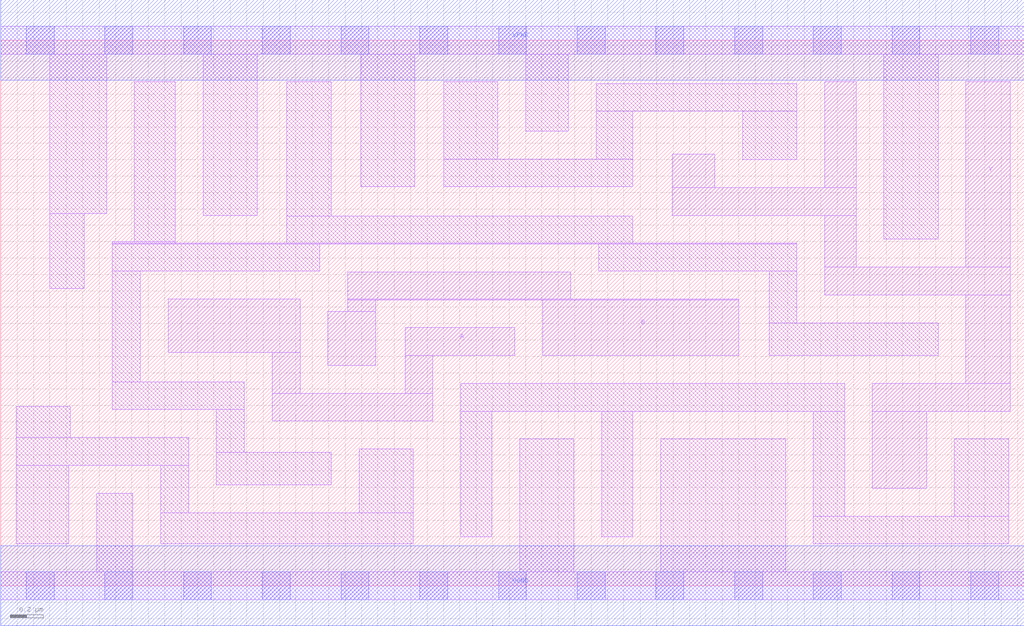
<source format=lef>
# Copyright 2020 The SkyWater PDK Authors
#
# Licensed under the Apache License, Version 2.0 (the "License");
# you may not use this file except in compliance with the License.
# You may obtain a copy of the License at
#
#     https://www.apache.org/licenses/LICENSE-2.0
#
# Unless required by applicable law or agreed to in writing, software
# distributed under the License is distributed on an "AS IS" BASIS,
# WITHOUT WARRANTIES OR CONDITIONS OF ANY KIND, either express or implied.
# See the License for the specific language governing permissions and
# limitations under the License.
#
# SPDX-License-Identifier: Apache-2.0

VERSION 5.7 ;
  NAMESCASESENSITIVE ON ;
  NOWIREEXTENSIONATPIN ON ;
  DIVIDERCHAR "/" ;
  BUSBITCHARS "[]" ;
UNITS
  DATABASE MICRONS 200 ;
END UNITS
MACRO sky130_fd_sc_lp__xnor2_2
  CLASS CORE ;
  FOREIGN sky130_fd_sc_lp__xnor2_2 ;
  ORIGIN  0.000000  0.000000 ;
  SIZE  6.240000 BY  3.330000 ;
  SYMMETRY X Y R90 ;
  SITE unit ;
  PIN A
    ANTENNAGATEAREA  1.260000 ;
    DIRECTION INPUT ;
    USE SIGNAL ;
    PORT
      LAYER li1 ;
        RECT 1.020000 1.425000 1.825000 1.750000 ;
        RECT 1.655000 1.005000 2.635000 1.175000 ;
        RECT 1.655000 1.175000 1.825000 1.425000 ;
        RECT 2.465000 1.175000 2.635000 1.405000 ;
        RECT 2.465000 1.405000 3.135000 1.575000 ;
    END
  END A
  PIN B
    ANTENNAGATEAREA  1.260000 ;
    DIRECTION INPUT ;
    USE SIGNAL ;
    PORT
      LAYER li1 ;
        RECT 1.995000 1.345000 2.285000 1.675000 ;
        RECT 2.115000 1.675000 2.285000 1.745000 ;
        RECT 2.115000 1.745000 4.500000 1.750000 ;
        RECT 2.115000 1.750000 3.475000 1.915000 ;
        RECT 3.305000 1.405000 4.500000 1.745000 ;
    END
  END B
  PIN Y
    ANTENNADIFFAREA  1.255800 ;
    DIRECTION OUTPUT ;
    USE SIGNAL ;
    PORT
      LAYER li1 ;
        RECT 4.095000 2.260000 5.215000 2.430000 ;
        RECT 4.095000 2.430000 4.355000 2.635000 ;
        RECT 5.025000 1.775000 6.155000 1.945000 ;
        RECT 5.025000 1.945000 5.215000 2.260000 ;
        RECT 5.025000 2.430000 5.215000 3.075000 ;
        RECT 5.315000 0.595000 5.645000 1.065000 ;
        RECT 5.315000 1.065000 6.155000 1.235000 ;
        RECT 5.885000 1.235000 6.155000 1.775000 ;
        RECT 5.885000 1.945000 6.155000 3.075000 ;
    END
  END Y
  PIN VGND
    DIRECTION INOUT ;
    USE GROUND ;
    PORT
      LAYER met1 ;
        RECT 0.000000 -0.245000 6.240000 0.245000 ;
    END
  END VGND
  PIN VPWR
    DIRECTION INOUT ;
    USE POWER ;
    PORT
      LAYER met1 ;
        RECT 0.000000 3.085000 6.240000 3.575000 ;
    END
  END VPWR
  OBS
    LAYER li1 ;
      RECT 0.000000 -0.085000 6.240000 0.085000 ;
      RECT 0.000000  3.245000 6.240000 3.415000 ;
      RECT 0.095000  0.255000 0.415000 0.735000 ;
      RECT 0.095000  0.735000 1.145000 0.905000 ;
      RECT 0.095000  0.905000 0.425000 1.095000 ;
      RECT 0.300000  1.815000 0.510000 2.270000 ;
      RECT 0.300000  2.270000 0.645000 3.245000 ;
      RECT 0.585000  0.085000 0.805000 0.565000 ;
      RECT 0.680000  1.075000 1.485000 1.245000 ;
      RECT 0.680000  1.245000 0.850000 1.920000 ;
      RECT 0.680000  1.920000 1.945000 2.085000 ;
      RECT 0.680000  2.085000 4.855000 2.090000 ;
      RECT 0.680000  2.090000 1.065000 2.100000 ;
      RECT 0.815000  2.100000 1.065000 3.075000 ;
      RECT 0.975000  0.255000 2.515000 0.445000 ;
      RECT 0.975000  0.445000 1.145000 0.735000 ;
      RECT 1.235000  2.260000 1.565000 3.245000 ;
      RECT 1.315000  0.615000 2.015000 0.815000 ;
      RECT 1.315000  0.815000 1.485000 1.075000 ;
      RECT 1.745000  2.090000 3.855000 2.255000 ;
      RECT 1.745000  2.255000 2.015000 3.075000 ;
      RECT 2.185000  0.445000 2.515000 0.835000 ;
      RECT 2.195000  2.435000 2.525000 3.245000 ;
      RECT 2.700000  2.435000 3.855000 2.605000 ;
      RECT 2.700000  2.605000 3.030000 3.075000 ;
      RECT 2.805000  0.300000 2.995000 1.065000 ;
      RECT 2.805000  1.065000 5.145000 1.235000 ;
      RECT 3.165000  0.085000 3.495000 0.895000 ;
      RECT 3.200000  2.775000 3.460000 3.245000 ;
      RECT 3.630000  2.605000 3.855000 2.895000 ;
      RECT 3.630000  2.895000 4.855000 3.065000 ;
      RECT 3.645000  1.920000 4.855000 2.085000 ;
      RECT 3.665000  0.300000 3.855000 1.065000 ;
      RECT 4.025000  0.085000 4.785000 0.895000 ;
      RECT 4.525000  2.600000 4.855000 2.895000 ;
      RECT 4.685000  1.405000 5.715000 1.605000 ;
      RECT 4.685000  1.605000 4.855000 1.920000 ;
      RECT 4.955000  0.255000 6.145000 0.425000 ;
      RECT 4.955000  0.425000 5.145000 1.065000 ;
      RECT 5.385000  2.115000 5.715000 3.245000 ;
      RECT 5.815000  0.425000 6.145000 0.895000 ;
    LAYER mcon ;
      RECT 0.155000 -0.085000 0.325000 0.085000 ;
      RECT 0.155000  3.245000 0.325000 3.415000 ;
      RECT 0.635000 -0.085000 0.805000 0.085000 ;
      RECT 0.635000  3.245000 0.805000 3.415000 ;
      RECT 1.115000 -0.085000 1.285000 0.085000 ;
      RECT 1.115000  3.245000 1.285000 3.415000 ;
      RECT 1.595000 -0.085000 1.765000 0.085000 ;
      RECT 1.595000  3.245000 1.765000 3.415000 ;
      RECT 2.075000 -0.085000 2.245000 0.085000 ;
      RECT 2.075000  3.245000 2.245000 3.415000 ;
      RECT 2.555000 -0.085000 2.725000 0.085000 ;
      RECT 2.555000  3.245000 2.725000 3.415000 ;
      RECT 3.035000 -0.085000 3.205000 0.085000 ;
      RECT 3.035000  3.245000 3.205000 3.415000 ;
      RECT 3.515000 -0.085000 3.685000 0.085000 ;
      RECT 3.515000  3.245000 3.685000 3.415000 ;
      RECT 3.995000 -0.085000 4.165000 0.085000 ;
      RECT 3.995000  3.245000 4.165000 3.415000 ;
      RECT 4.475000 -0.085000 4.645000 0.085000 ;
      RECT 4.475000  3.245000 4.645000 3.415000 ;
      RECT 4.955000 -0.085000 5.125000 0.085000 ;
      RECT 4.955000  3.245000 5.125000 3.415000 ;
      RECT 5.435000 -0.085000 5.605000 0.085000 ;
      RECT 5.435000  3.245000 5.605000 3.415000 ;
      RECT 5.915000 -0.085000 6.085000 0.085000 ;
      RECT 5.915000  3.245000 6.085000 3.415000 ;
  END
END sky130_fd_sc_lp__xnor2_2
END LIBRARY

</source>
